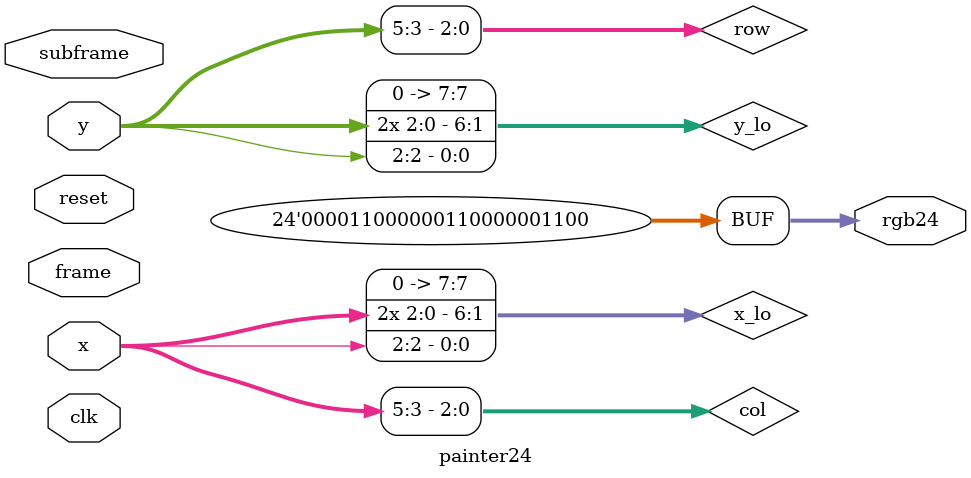
<source format=v>
`default_nettype none

`include "../include/led-pwm.v"

module top (
        input         CLK,
        input         BTN_N,
        output [15:0] LED_PANEL);

        led_main #(
            .FRAME_BITS(6),
            .DELAY(1)
        ) main (
            .CLK(CLK),
            .resetn_btn(BTN_N),
            .LED_PANEL(LED_PANEL));

endmodule

module painter24(
        input        clk,
        input        reset,
        input  [5:0] frame,
        input  [7:0] subframe,
        input  [5:0] x,
        input  [5:0] y,
        output [23:0] rgb24);

    wire       blank;
    wire [2:0] row, col;
    wire [7:0] x_lo, y_lo;

    assign blank = !x[2:0] || !y[2:0];
    assign row   = y[5:3];
    assign col   = x[5:3];
    assign x_lo  = {x[2:0], x[2:0], x[2]};
    assign y_lo  = {y[2:0], y[2:0], y[2]};

    reg [7:0] red, green, blue;
    always @(posedge clk)
        if (blank) begin
            red   <= 0;
            green <= 0;
            blue  <= 0;
        end
        else begin
            red   <= (row[0] ? y_lo : 0) + (col[0] ? x_lo : 0);
            green <= (row[1] ? y_lo : 0) + (col[1] ? x_lo : 0);
            blue  <= (row[2] ? y_lo : 0) + (col[2] ? x_lo : 0);
        end

    assign rgb24 = {8'd12, 8'd12, 8'd12};

endmodule

</source>
